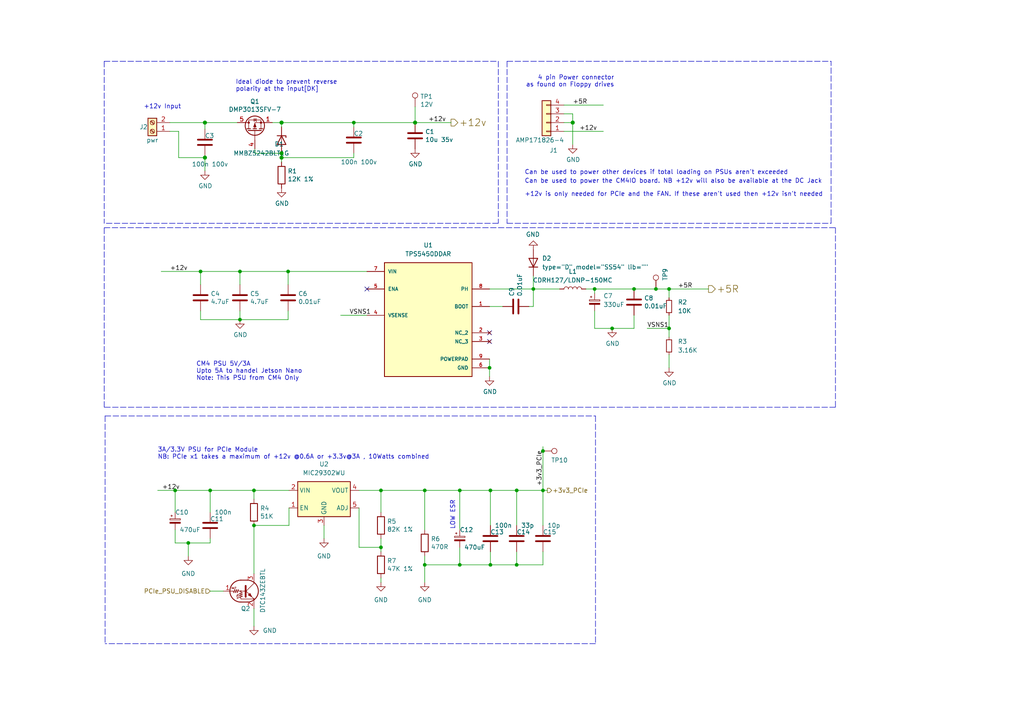
<source format=kicad_sch>
(kicad_sch (version 20211123) (generator eeschema)
  (paper "A4")
  (lib_symbols
    (symbol "Connector:Screw_Terminal_01x02" (pin_names (offset 1.016) hide)
      (property "Reference" "J" (at 0 2.54 0))
      (property "Value" "Screw_Terminal_01x02" (at 0 -5.08 0))
      (symbol "Screw_Terminal_01x02_1_1"
        (rectangle (start -1.27 1.27) (end 1.27 -3.81) (stroke (width 0.254)) (fill (type background)))
        (circle (center 0 -2.54) (radius 0.635) (stroke (width 0.1524)))
        (polyline (pts (xy -0.5334 -2.2098) (xy 0.3302 -3.048)) (stroke (width 0.1524)))
        (polyline (pts (xy -0.5334 0.3302) (xy 0.3302 -0.508)) (stroke (width 0.1524)))
        (polyline (pts (xy -0.3556 -2.032) (xy 0.508 -2.8702)) (stroke (width 0.1524)))
        (polyline (pts (xy -0.3556 0.508) (xy 0.508 -0.3302)) (stroke (width 0.1524)))
        (circle (center 0 0) (radius 0.635) (stroke (width 0.1524)))
        (pin passive line (at -5.08 0 0) (length 3.81) (name "Pin_1") (number "1"))
        (pin passive line (at -5.08 -2.54 0) (length 3.81) (name "Pin_2") (number "2"))
      )
    )
    (symbol "Connector:TestPoint" (pin_numbers hide) (pin_names (offset 0.762) hide)
      (property "Reference" "TP" (at 0 6.858 0))
      (property "Value" "TestPoint" (at 0 5.08 0))
      (symbol "TestPoint_0_1"
        (circle (center 0 3.302) (radius 0.762))
      )
      (symbol "TestPoint_1_1"
        (pin passive line (at 0 0 90) (length 2.54) (name "1") (number "1"))
      )
    )
    (symbol "Connector_Generic:Conn_01x04" (pin_names hide)
      (property "Reference" "J" (at 0 5.08 0))
      (property "Value" "Conn_01x04" (at 0 -7.62 0))
      (symbol "Conn_01x04_1_1"
        (rectangle (start -1.27 -4.953) (end 0 -5.207))
        (rectangle (start -1.27 -2.413) (end 0 -2.667))
        (rectangle (start -1.27 0.127) (end 0 -0.127))
        (rectangle (start -1.27 2.667) (end 0 2.413))
        (rectangle (start -1.27 3.81) (end 1.27 -6.35) (stroke (width 0.254)) (fill (type background)))
        (pin passive line (at -5.08 2.54 0) (length 3.81) (name "Pin_1") (number "1"))
        (pin passive line (at -5.08 0 0) (length 3.81) (name "Pin_2") (number "2"))
        (pin passive line (at -5.08 -2.54 0) (length 3.81) (name "Pin_3") (number "3"))
        (pin passive line (at -5.08 -5.08 0) (length 3.81) (name "Pin_4") (number "4"))
      )
    )
    (symbol "Device:C" (pin_numbers hide) (pin_names (offset 0.254))
      (property "Reference" "C" (at 0.635 2.54 0))
      (property "Value" "C" (at 0.635 -2.54 0))
      (symbol "C_0_1"
        (polyline (pts (xy -2.032 -0.762) (xy 2.032 -0.762)) (stroke (width 0.508)))
        (polyline (pts (xy -2.032 0.762) (xy 2.032 0.762)) (stroke (width 0.508)))
      )
      (symbol "C_1_1"
        (pin passive line (at 0 3.81 270) (length 2.794) (name "~") (number "1"))
        (pin passive line (at 0 -3.81 90) (length 2.794) (name "~") (number "2"))
      )
    )
    (symbol "Device:C_Polarized_Small" (pin_numbers hide) (pin_names (offset 0.254) hide)
      (property "Reference" "C" (at 0.254 1.778 0))
      (property "Value" "C_Polarized_Small" (at 0.254 -2.032 0))
      (symbol "C_Polarized_Small_0_1"
        (rectangle (start -1.524 -0.3048) (end 1.524 -0.6858) (fill (type outline)))
        (rectangle (start -1.524 0.6858) (end 1.524 0.3048))
        (polyline (pts (xy -1.27 1.524) (xy -0.762 1.524)))
        (polyline (pts (xy -1.016 1.27) (xy -1.016 1.778)))
      )
      (symbol "C_Polarized_Small_1_1"
        (pin passive line (at 0 2.54 270) (length 1.8542) (name "~") (number "1"))
        (pin passive line (at 0 -2.54 90) (length 1.8542) (name "~") (number "2"))
      )
    )
    (symbol "Device:L" (pin_numbers hide) (pin_names (offset 1.016) hide)
      (property "Reference" "L" (at -1.27 0 90))
      (property "Value" "L" (at 1.905 0 90))
      (symbol "L_0_1"
        (arc (start 0 -2.54) (mid 0.635 -1.905) (end 0 -1.27))
        (arc (start 0 -1.27) (mid 0.635 -0.635) (end 0 0))
        (arc (start 0 0) (mid 0.635 0.635) (end 0 1.27))
        (arc (start 0 1.27) (mid 0.635 1.905) (end 0 2.54))
      )
      (symbol "L_1_1"
        (pin passive line (at 0 3.81 270) (length 1.27) (name "1") (number "1"))
        (pin passive line (at 0 -3.81 90) (length 1.27) (name "2") (number "2"))
      )
    )
    (symbol "Device:R" (pin_numbers hide) (pin_names (offset 0))
      (property "Reference" "R" (at 2.032 0 90))
      (property "Value" "R" (at 0 0 90))
      (symbol "R_0_1"
        (rectangle (start -1.016 -2.54) (end 1.016 2.54) (stroke (width 0.254)))
      )
      (symbol "R_1_1"
        (pin passive line (at 0 3.81 270) (length 1.27) (name "~") (number "1"))
        (pin passive line (at 0 -3.81 90) (length 1.27) (name "~") (number "2"))
      )
    )
    (symbol "Device:R_Small" (pin_numbers hide) (pin_names (offset 0.254) hide)
      (property "Reference" "R" (at 0.762 0.508 0))
      (property "Value" "R_Small" (at 0.762 -1.016 0))
      (symbol "R_Small_0_1"
        (rectangle (start -0.762 1.778) (end 0.762 -1.778) (stroke (width 0.2032)))
      )
      (symbol "R_Small_1_1"
        (pin passive line (at 0 2.54 270) (length 0.762) (name "~") (number "1"))
        (pin passive line (at 0 -2.54 90) (length 0.762) (name "~") (number "2"))
      )
    )
    (symbol "Diode:BZX84Cxx" (pin_numbers hide) (pin_names hide)
      (property "Reference" "D1" (at 1.143 -2.032 90))
      (property "Value" "MMBZ5242BLT1G" (at 3.81 -13.97 90))
      (symbol "BZX84Cxx_0_1"
        (polyline (pts (xy 1.27 0) (xy -1.27 0)))
        (polyline (pts (xy -1.27 -1.27) (xy -1.27 1.27) (xy -0.762 1.27)) (stroke (width 0.254)))
        (polyline (pts (xy 1.27 -1.27) (xy 1.27 1.27) (xy -1.27 0) (xy 1.27 -1.27)) (stroke (width 0.254)))
      )
      (symbol "BZX84Cxx_1_1"
        (pin passive line (at 3.81 0 180) (length 2.54) (name "A") (number "1"))
        (pin passive line (at -3.81 0 0) (length 2.54) (name "K") (number "3"))
      )
    )
    (symbol "Regulator_Linear:MIC29302WU"
      (property "Reference" "U" (at -6.35 6.35 0))
      (property "Value" "MIC29302WU" (at 2.54 6.35 0))
      (symbol "MIC29302WU_1_1"
        (rectangle (start -7.62 5.08) (end 7.62 -5.08) (stroke (width 0.254)) (fill (type background)))
        (pin input line (at -10.16 -2.54 0) (length 2.54) (name "EN") (number "1"))
        (pin power_in line (at -10.16 2.54 0) (length 2.54) (name "VIN") (number "2"))
        (pin power_in line (at 0 -7.62 90) (length 2.54) (name "GND") (number "3"))
        (pin power_out line (at 10.16 2.54 180) (length 2.54) (name "VOUT") (number "4"))
        (pin input line (at 10.16 -2.54 180) (length 2.54) (name "ADJ") (number "5"))
      )
    )
    (symbol "Simulation_SPICE:DIODE" (pin_numbers hide) (pin_names (offset 1.016) hide)
      (property "Reference" "D" (at 0 2.54 0))
      (property "Value" "DIODE" (at 0 -2.54 0))
      (symbol "DIODE_0_1"
        (polyline (pts (xy 1.27 0) (xy -1.27 0)))
        (polyline (pts (xy 1.27 1.27) (xy 1.27 -1.27)) (stroke (width 0.254)))
        (polyline (pts (xy -1.27 -1.27) (xy -1.27 1.27) (xy 1.27 0) (xy -1.27 -1.27)) (stroke (width 0.254)))
      )
      (symbol "DIODE_1_1"
        (pin passive line (at -3.81 0 0) (length 2.54) (name "A") (number "1"))
        (pin passive line (at 3.81 0 180) (length 2.54) (name "K") (number "2"))
      )
    )
    (symbol "TPS5450DDAR:TPS5450DDAR" (pin_names (offset 1.016))
      (property "Reference" "U" (at -12.7 18.78 0))
      (property "Value" "TPS5450DDAR" (at -12.7 -19.24 0))
      (symbol "TPS5450DDAR_0_0"
        (rectangle (start -12.7 -15.24) (end 12.7 17.78) (stroke (width 0.254)) (fill (type background)))
        (pin output line (at 17.78 5.08 180) (length 5.08) (name "BOOT") (number "1"))
        (pin no_connect line (at 17.78 -2.54 180) (length 5.08) (name "NC_2") (number "2"))
        (pin no_connect line (at 17.78 -5.08 180) (length 5.08) (name "NC_3") (number "3"))
        (pin input line (at -17.78 2.54 0) (length 5.08) (name "VSENSE") (number "4"))
        (pin input line (at -17.78 10.16 0) (length 5.08) (name "ENA") (number "5"))
        (pin power_in line (at 17.78 -12.7 180) (length 5.08) (name "GND") (number "6"))
        (pin power_in line (at -17.78 15.24 0) (length 5.08) (name "VIN") (number "7"))
        (pin output line (at 17.78 10.16 180) (length 5.08) (name "PH") (number "8"))
        (pin power_in line (at 17.78 -10.16 180) (length 5.08) (name "POWERPAD") (number "9"))
      )
    )
    (symbol "Transistor_BJT:DTC143Z" (pin_names (offset 0) hide)
      (property "Reference" "Q" (at 5.08 1.905 0))
      (property "Value" "DTC143Z" (at 5.08 0 0))
      (symbol "DTC143Z_0_0"
        (text "47k" (at -2.159 -1.524 900) (effects (font (size 0.508 0.508))))
        (text "4k7" (at -3.302 0.889 0) (effects (font (size 0.508 0.508))))
      )
      (symbol "DTC143Z_0_1"
        (circle (center -1.27 0) (radius 0.127))
        (arc (start -1.27 3.175) (mid -4.445 0) (end -1.27 -3.175) (stroke (width 0.254)))
        (polyline (pts (xy -3.429 0) (xy -3.81 0)))
        (polyline (pts (xy -1.27 -3.175) (xy 0.635 -3.175)) (stroke (width 0.254)))
        (polyline (pts (xy -1.27 3.175) (xy 0.635 3.175)) (stroke (width 0.254)))
        (polyline (pts (xy 0 -0.254) (xy 2.54 2.286)))
        (polyline (pts (xy 0.127 1.524) (xy 0.127 -1.651)) (stroke (width 0.508)) (fill (type outline)))
        (polyline (pts (xy 2.54 2.286) (xy 2.54 2.54)))
        (polyline (pts (xy 2.54 -2.286) (xy 0 0.254) (xy 0 0.254)))
        (polyline (pts (xy 0.889 -1.143) (xy 1.397 -0.635) (xy 1.905 -1.651) (xy 0.889 -1.143)) (fill (type outline)))
        (polyline (pts (xy 0 0) (xy -1.905 0) (xy -2.032 0.508) (xy -2.286 -0.508) (xy -2.54 0.508) (xy -2.794 -0.508) (xy -3.048 0.508) (xy -3.302 -0.508) (xy -3.429 0)))
        (polyline (pts (xy -1.27 0) (xy -1.27 -0.381) (xy -0.762 -0.508) (xy -1.778 -0.762) (xy -0.762 -1.016) (xy -1.778 -1.27) (xy -0.762 -1.524) (xy -1.778 -1.778) (xy -1.27 -1.905) (xy -1.27 -2.286) (xy 2.54 -2.286)))
        (arc (start 0.635 -3.175) (mid 3.81 0) (end 0.635 3.175) (stroke (width 0.254)))
        (circle (center 2.54 -2.286) (radius 0.127))
      )
      (symbol "DTC143Z_1_1"
        (pin input line (at -6.35 0 0) (length 2.54) (name "B") (number "1"))
        (pin passive line (at 2.54 -5.08 90) (length 2.54) (name "E") (number "2"))
        (pin passive line (at 2.54 5.08 270) (length 2.54) (name "C") (number "3"))
      )
    )
    (symbol "Transistor_FET:DMP3013SFV" (pin_names hide)
      (property "Reference" "Q" (at 5.08 1.905 0))
      (property "Value" "DMP3013SFV" (at 5.08 0 0))
      (symbol "DMP3013SFV_0_1"
        (polyline (pts (xy 0.254 0) (xy -2.54 0)))
        (polyline (pts (xy 0.254 1.905) (xy 0.254 -1.905)) (stroke (width 0.254)))
        (polyline (pts (xy 0.762 -1.27) (xy 0.762 -2.286)) (stroke (width 0.254)))
        (polyline (pts (xy 0.762 0.508) (xy 0.762 -0.508)) (stroke (width 0.254)))
        (polyline (pts (xy 0.762 2.286) (xy 0.762 1.27)) (stroke (width 0.254)))
        (polyline (pts (xy 2.54 2.54) (xy 2.54 1.778)))
        (polyline (pts (xy 2.54 -2.54) (xy 2.54 0) (xy 0.762 0)))
        (polyline (pts (xy 0.762 1.778) (xy 3.302 1.778) (xy 3.302 -1.778) (xy 0.762 -1.778)))
        (polyline (pts (xy 2.286 0) (xy 1.27 0.381) (xy 1.27 -0.381) (xy 2.286 0)) (fill (type outline)))
        (polyline (pts (xy 2.794 -0.508) (xy 2.921 -0.381) (xy 3.683 -0.381) (xy 3.81 -0.254)))
        (polyline (pts (xy 3.302 -0.381) (xy 2.921 0.254) (xy 3.683 0.254) (xy 3.302 -0.381)))
        (circle (center 1.651 0) (radius 2.794) (stroke (width 0.254)))
        (circle (center 2.54 -1.778) (radius 0.254) (fill (type outline)))
        (circle (center 2.54 1.778) (radius 0.254) (fill (type outline)))
      )
      (symbol "DMP3013SFV_1_1"
        (pin passive line (at 2.54 -5.08 90) (length 2.54) (name "S") (number "1"))
        (pin passive line (at 2.54 -5.08 90) (length 2.54) hide (name "S") (number "2"))
        (pin passive line (at 2.54 -5.08 90) (length 2.54) hide (name "S") (number "3"))
        (pin passive line (at -5.08 0 0) (length 2.54) (name "G") (number "4"))
        (pin passive line (at 2.54 5.08 270) (length 2.54) (name "D") (number "5"))
      )
    )
    (symbol "power:GND" (power) (pin_names (offset 0))
      (property "Value" "GND" (at 0 -3.81 0))
      (symbol "GND_0_1"
        (polyline (pts (xy 0 0) (xy 0 -1.27) (xy 1.27 -1.27) (xy 0 -2.54) (xy -1.27 -1.27) (xy 0 -1.27)))
      )
      (symbol "GND_1_1"
        (pin power_in line (at 0 0 270) (length 0) hide (name "GND") (number "1"))
      )
    )
  )
  (junction (at 183.896 83.82))
  (junction (at 142.24 142.24))
  (junction (at 110.49 158.75))
  (junction (at 110.49 142.24))
  (junction (at 166.116 35.56) (diameter 1.016))
  (junction (at 81.661 35.56) (diameter 1.016))
  (junction (at 157.48 130.81))
  (junction (at 69.596 92.71))
  (junction (at 141.986 106.68))
  (junction (at 81.661 44.45) (diameter 1.016))
  (junction (at 60.96 142.24))
  (junction (at 194.056 83.82))
  (junction (at 120.396 35.56) (diameter 1.016))
  (junction (at 149.86 142.24))
  (junction (at 83.566 78.74))
  (junction (at 133.35 163.83))
  (junction (at 157.48 142.24))
  (junction (at 177.546 95.25))
  (junction (at 149.86 163.83))
  (junction (at 194.056 95.25))
  (junction (at 73.66 152.4))
  (junction (at 172.466 83.82))
  (junction (at 81.661 45.72) (diameter 1.016))
  (junction (at 190.246 83.82))
  (junction (at 142.24 163.83))
  (junction (at 73.66 142.24))
  (junction (at 50.8 142.24))
  (junction (at 123.19 163.83))
  (junction (at 54.61 157.48))
  (junction (at 58.166 78.74))
  (junction (at 69.596 78.74))
  (junction (at 59.436 35.56) (diameter 1.016))
  (junction (at 102.616 35.56))
  (junction (at 154.686 83.82))
  (junction (at 133.35 142.24))
  (junction (at 123.19 142.24))
  (junction (at 59.436 45.72) (diameter 1.016))
  (no_connect (at 106.426 83.82))
  (no_connect (at 141.986 96.52))
  (no_connect (at 141.986 99.06))
  (wire (pts (xy 194.056 86.36) (xy 194.056 83.82)))
  (wire (pts (xy 133.35 158.75) (xy 133.35 163.83)))
  (wire (pts (xy 110.49 158.75) (xy 110.49 160.02)))
  (polyline (pts (xy 30.226 17.78) (xy 30.226 64.77)))
  (polyline (pts (xy 147.066 64.77) (xy 241.046 64.77)))
  (wire (pts (xy 177.546 95.25) (xy 172.466 95.25)))
  (wire (pts (xy 154.686 83.82) (xy 141.986 83.82)))
  (polyline (pts (xy 172.72 120.65) (xy 172.72 186.69)))
  (wire (pts (xy 50.8 157.48) (xy 54.61 157.48)))
  (polyline (pts (xy 30.226 66.04) (xy 42.926 66.04)))
  (wire (pts (xy 60.96 142.24) (xy 60.96 148.59)))
  (wire (pts (xy 110.49 168.91) (xy 110.49 167.64)))
  (polyline (pts (xy 144.526 17.78) (xy 144.526 64.77)))
  (wire (pts (xy 172.466 83.82) (xy 183.896 83.82)))
  (wire (pts (xy 73.66 142.24) (xy 83.82 142.24)))
  (wire (pts (xy 73.914 43.18) (xy 73.914 44.45)))
  (wire (pts (xy 83.566 78.74) (xy 83.566 82.55)))
  (wire (pts (xy 59.436 35.56) (xy 59.436 37.465)))
  (wire (pts (xy 93.98 152.4) (xy 93.98 156.21)))
  (wire (pts (xy 104.14 142.24) (xy 110.49 142.24)))
  (wire (pts (xy 102.616 35.56) (xy 120.396 35.56)))
  (wire (pts (xy 149.86 142.24) (xy 157.48 142.24)))
  (wire (pts (xy 157.48 129.54) (xy 157.48 130.81)))
  (wire (pts (xy 110.49 156.21) (xy 110.49 158.75)))
  (polyline (pts (xy 147.066 17.78) (xy 241.046 17.78)))
  (wire (pts (xy 157.48 160.02) (xy 157.48 163.83)))
  (wire (pts (xy 83.566 90.17) (xy 83.566 92.71)))
  (wire (pts (xy 157.48 152.4) (xy 157.48 142.24)))
  (wire (pts (xy 81.661 45.72) (xy 81.661 46.99)))
  (wire (pts (xy 110.49 142.24) (xy 110.49 148.59)))
  (wire (pts (xy 194.056 83.82) (xy 205.486 83.82)))
  (wire (pts (xy 45.72 142.24) (xy 50.8 142.24)))
  (wire (pts (xy 120.396 35.56) (xy 130.81 35.56)))
  (wire (pts (xy 123.19 153.67) (xy 123.19 142.24)))
  (wire (pts (xy 69.596 78.74) (xy 69.596 82.55)))
  (wire (pts (xy 51.816 38.1) (xy 49.276 38.1)))
  (wire (pts (xy 54.61 157.48) (xy 60.96 157.48)))
  (wire (pts (xy 73.66 181.61) (xy 73.66 176.53)))
  (wire (pts (xy 141.986 104.14) (xy 141.986 106.68)))
  (wire (pts (xy 104.14 158.75) (xy 110.49 158.75)))
  (wire (pts (xy 163.576 38.1) (xy 175.006 38.1)))
  (wire (pts (xy 46.736 78.74) (xy 58.166 78.74)))
  (wire (pts (xy 142.24 163.83) (xy 133.35 163.83)))
  (wire (pts (xy 183.896 95.25) (xy 177.546 95.25)))
  (wire (pts (xy 157.48 130.81) (xy 157.48 142.24)))
  (wire (pts (xy 133.35 142.24) (xy 123.19 142.24)))
  (wire (pts (xy 51.816 38.1) (xy 51.816 45.72)))
  (wire (pts (xy 58.166 92.71) (xy 58.166 90.17)))
  (wire (pts (xy 73.66 152.4) (xy 73.66 166.37)))
  (wire (pts (xy 141.986 88.9) (xy 145.796 88.9)))
  (wire (pts (xy 60.96 142.24) (xy 73.66 142.24)))
  (wire (pts (xy 69.596 90.17) (xy 69.596 92.71)))
  (wire (pts (xy 187.706 95.25) (xy 194.056 95.25)))
  (wire (pts (xy 123.19 142.24) (xy 110.49 142.24)))
  (polyline (pts (xy 172.72 186.69) (xy 30.48 186.69)))
  (polyline (pts (xy 147.066 17.78) (xy 147.066 64.77)))
  (wire (pts (xy 59.436 45.085) (xy 59.436 45.72)))
  (wire (pts (xy 59.436 45.72) (xy 59.436 49.53)))
  (wire (pts (xy 133.35 163.83) (xy 123.19 163.83)))
  (polyline (pts (xy 242.316 118.11) (xy 30.226 118.11)))
  (wire (pts (xy 73.66 152.4) (xy 83.82 152.4)))
  (wire (pts (xy 172.466 85.09) (xy 172.466 83.82)))
  (polyline (pts (xy 144.526 64.77) (xy 30.226 64.77)))
  (wire (pts (xy 50.8 142.24) (xy 60.96 142.24)))
  (wire (pts (xy 149.86 163.83) (xy 142.24 163.83)))
  (wire (pts (xy 123.19 161.29) (xy 123.19 163.83)))
  (wire (pts (xy 81.661 45.72) (xy 102.616 45.72)))
  (wire (pts (xy 83.566 78.74) (xy 106.426 78.74)))
  (wire (pts (xy 60.96 157.48) (xy 60.96 156.21)))
  (wire (pts (xy 58.166 78.74) (xy 69.596 78.74)))
  (wire (pts (xy 154.686 83.82) (xy 162.306 83.82)))
  (wire (pts (xy 141.986 106.68) (xy 141.986 109.22)))
  (wire (pts (xy 149.86 160.02) (xy 149.86 163.83)))
  (wire (pts (xy 157.48 142.24) (xy 158.75 142.24)))
  (wire (pts (xy 73.66 142.24) (xy 73.66 144.78)))
  (wire (pts (xy 163.576 35.56) (xy 166.116 35.56)))
  (wire (pts (xy 133.35 153.67) (xy 133.35 142.24)))
  (polyline (pts (xy 30.48 120.65) (xy 172.72 120.65)))
  (polyline (pts (xy 30.48 120.65) (xy 30.48 186.69)))
  (wire (pts (xy 154.686 80.01) (xy 154.686 83.82)))
  (wire (pts (xy 166.116 35.56) (xy 166.116 41.91)))
  (wire (pts (xy 73.914 44.45) (xy 81.661 44.45)))
  (wire (pts (xy 81.661 35.56) (xy 81.661 36.83)))
  (wire (pts (xy 69.596 92.71) (xy 58.166 92.71)))
  (polyline (pts (xy 242.316 66.04) (xy 242.316 118.11)))
  (wire (pts (xy 153.416 88.9) (xy 154.686 88.9)))
  (wire (pts (xy 50.8 142.24) (xy 50.8 148.59)))
  (wire (pts (xy 149.86 142.24) (xy 142.24 142.24)))
  (wire (pts (xy 50.8 153.67) (xy 50.8 157.48)))
  (wire (pts (xy 83.566 92.71) (xy 69.596 92.71)))
  (wire (pts (xy 51.816 45.72) (xy 59.436 45.72)))
  (wire (pts (xy 98.806 91.44) (xy 106.426 91.44)))
  (wire (pts (xy 142.24 142.24) (xy 133.35 142.24)))
  (wire (pts (xy 194.056 106.68) (xy 194.056 102.87)))
  (wire (pts (xy 157.48 163.83) (xy 149.86 163.83)))
  (wire (pts (xy 149.86 152.4) (xy 149.86 142.24)))
  (wire (pts (xy 59.436 35.56) (xy 68.834 35.56)))
  (wire (pts (xy 83.82 152.4) (xy 83.82 147.32)))
  (wire (pts (xy 166.116 33.02) (xy 166.116 35.56)))
  (wire (pts (xy 194.056 91.44) (xy 194.056 95.25)))
  (polyline (pts (xy 30.226 17.78) (xy 144.526 17.78)))
  (wire (pts (xy 163.576 33.02) (xy 166.116 33.02)))
  (wire (pts (xy 154.686 88.9) (xy 154.686 83.82)))
  (wire (pts (xy 183.896 91.44) (xy 183.896 95.25)))
  (wire (pts (xy 81.661 44.45) (xy 81.661 45.72)))
  (wire (pts (xy 120.396 30.988) (xy 120.396 35.56)))
  (wire (pts (xy 163.576 30.48) (xy 175.006 30.48)))
  (wire (pts (xy 69.596 78.74) (xy 83.566 78.74)))
  (wire (pts (xy 172.466 83.82) (xy 169.926 83.82)))
  (wire (pts (xy 190.246 83.82) (xy 183.896 83.82)))
  (wire (pts (xy 194.056 83.82) (xy 190.246 83.82)))
  (wire (pts (xy 142.24 160.02) (xy 142.24 163.83)))
  (wire (pts (xy 102.616 44.45) (xy 102.616 45.72)))
  (wire (pts (xy 142.24 152.4) (xy 142.24 142.24)))
  (wire (pts (xy 54.61 157.48) (xy 54.61 161.29)))
  (wire (pts (xy 102.616 35.56) (xy 102.616 36.83)))
  (wire (pts (xy 194.056 95.25) (xy 194.056 97.79)))
  (wire (pts (xy 104.14 147.32) (xy 104.14 158.75)))
  (wire (pts (xy 123.19 163.83) (xy 123.19 168.91)))
  (polyline (pts (xy 241.046 64.77) (xy 241.046 17.78)))
  (polyline (pts (xy 41.656 66.04) (xy 242.316 66.04)))
  (wire (pts (xy 60.96 171.45) (xy 64.77 171.45)))
  (wire (pts (xy 78.994 35.56) (xy 81.661 35.56)))
  (wire (pts (xy 49.276 35.56) (xy 59.436 35.56)))
  (polyline (pts (xy 30.226 118.11) (xy 30.226 66.04)))
  (wire (pts (xy 172.466 95.25) (xy 172.466 90.17)))
  (wire (pts (xy 81.661 35.56) (xy 102.616 35.56)))
  (wire (pts (xy 58.166 78.74) (xy 58.166 82.55)))
  (text "3A/3.3V PSU for PCIe Module\nNB: PCIe x1 takes a maximum of +12v @0.6A or +3.3v@3A , 10Watts combined" (at 45.72 133.35 0) (effects (font (size 1.27 1.27)) (justify left bottom)))
  (text "LOW ESR" (at 132.08 153.67 90) (effects (font (size 1.27 1.27)) (justify left bottom)))
  (text "+12v is only needed for PCIe and the FAN. If these aren't used then +12v isn't needed" (at 152.146 57.15 0) (effects (font (size 1.27 1.27)) (justify left bottom)))
  (text "Ideal diode to prevent reverse\npolarity at the input[DK]" (at 68.326 26.67 0) (effects (font (size 1.27 1.27)) (justify left bottom)))
  (text "CM4 PSU 5V/3A \nUpto 5A to handel Jetson Nano \nNote: This PSU from CM4 Only " (at 56.896 110.49 0) (effects (font (size 1.27 1.27)) (justify left bottom)))
  (text "Can be used to power the CM4IO board. NB +12v will also be available at the DC Jack" (at 152.146 53.34 0) (effects (font (size 1.27 1.27)) (justify left bottom)))
  (text "Can be used to power other devices if total loading on PSUs aren't exceeded" (at 152.146 50.8 0) (effects (font (size 1.27 1.27)) (justify left bottom)))
  (text "+12v Input" (at 41.656 31.75 0) (effects (font (size 1.27 1.27)) (justify left bottom)))
  (text "4 pin Power connector\nas found on Floppy drives" (at 178.181 25.4 180) (effects (font (size 1.27 1.27)) (justify right bottom)))
  (label "VSNS1" (at 187.706 95.25 0))
  (label "+12v" (at 124.206 35.56 0))
  (label "+3v3_PCIe" (at 157.48 140.97 90))
  (label "+12v" (at 46.99 142.24 0))
  (label "+12v" (at 168.021 38.1 0))
  (label "+12v" (at 49.276 78.74 0))
  (label "+5R" (at 196.596 83.82 0))
  (label "+5R" (at 166.116 30.48 0))
  (label "VSNS1" (at 101.346 91.44 0))
  (hierarchical_label "+3v3_PCIe" (shape output) (at 158.75 142.24 0))
  (hierarchical_label "+12v" (shape output) (at 130.81 35.56 0) (effects (font (size 2.0066 2.0066))))
  (hierarchical_label "PCIe_PSU_DISABLE" (shape input) (at 60.96 171.45 180))
  (hierarchical_label "+5R" (shape output) (at 205.486 83.82 0) (effects (font (size 2.0066 2.0066))))
  (symbol (lib_id "Device:C") (at 102.616 40.64 0) (unit 1)
    (property "Reference" "C2" (at 102.616 38.735 0) (effects (justify left)))
    (property "Value" "100n 100v" (at 98.806 46.99 0) (effects (justify left)))
    (property "Footprint" "Capacitor_SMD:C_0402_1005Metric" (effects hide))
    (property "Datasheet" "https://psearch.en.murata.com/capacitor/product/GRM155R62A104KE14%23.pdf" (effects hide))
    (property "Field4" "Farnell" (effects hide))
    (property "Field5" "2611907" (effects hide))
    (property "Field6" "GRM155R62A104KE14D" (effects hide))
    (property "Field7" "Murata" (effects hide))
    (property "Part Description" "	0.1uF 10% 100V Ceramic Capacitor X5R 0402 (1005 Metric)" (effects hide))
    (property "LCSC" "C307331" (effects hide))
  )
  (symbol (lib_id "Device:C") (at 157.48 156.21 0) (unit 1)
    (property "Reference" "C15" (at 157.48 154.305 0) (effects (justify left)))
    (property "Value" "10p" (at 158.75 152.4 0) (effects (justify left)))
    (property "Footprint" "Capacitor_SMD:C_0402_1005Metric" (effects hide))
    (property "Datasheet" "https://psearch.en.murata.com/capacitor/product/GRM155R62A104KE14%23.pdf" (effects hide))
    (property "Field4" "Farnell" (effects hide))
    (property "Field5" "2611907" (effects hide))
    (property "Field6" "GRM155R62A104KE14D" (effects hide))
    (property "Field7" "Murata" (effects hide))
    (property "LCSC" "C513681" (effects hide))
  )
  (symbol (lib_id "Device:C") (at 149.86 156.21 0) (unit 1)
    (property "Reference" "C14" (at 149.86 154.305 0) (effects (justify left)))
    (property "Value" "33p" (at 151.13 152.4 0) (effects (justify left)))
    (property "Footprint" "Capacitor_SMD:C_0402_1005Metric" (effects hide))
    (property "Datasheet" "https://psearch.en.murata.com/capacitor/product/GRM155R62A104KE14%23.pdf" (effects hide))
    (property "Field4" "Farnell" (effects hide))
    (property "Field5" "2611907" (effects hide))
    (property "Field6" "GRM155R62A104KE14D" (effects hide))
    (property "Field7" "Murata" (effects hide))
    (property "LCSC" "C107005" (effects hide))
  )
  (symbol (lib_id "Device:R") (at 73.66 148.59 0) (unit 1)
    (property "Reference" "R4" (at 75.438 147.4216 0) (effects (justify left)))
    (property "Value" "51K" (at 75.438 149.733 0) (effects (justify left)))
    (property "Footprint" "Resistor_SMD:R_0402_1005Metric" (effects hide))
    (property "Datasheet" "https://fscdn.rohm.com/en/products/databook/datasheet/passive/resistor/chip_resistor/mcr-e.pdf" (effects hide))
    (property "Field4" "Farnell" (effects hide))
    (property "Field5" "9239367" (effects hide))
    (property "Field7" "Rohm" (effects hide))
    (property "LCSC" "C25794" (effects hide))
  )
  (symbol (lib_id "Device:L") (at 166.116 83.82 90) (unit 1)
    (property "Reference" "L1" (at 166.116 78.74 90))
    (property "Value" "CDRH127/LDNP-150MC" (at 166.116 81.28 90))
    (property "Footprint" "Inductor_SMD:L_12x12mm_H8mm" (effects hide))
    (property "LCSC" "C879410" (effects hide))
  )
  (symbol (lib_id "Device:C") (at 183.896 87.63 0) (unit 1)
    (property "Reference" "C8" (at 186.817 86.4616 0) (effects (justify left)))
    (property "Value" "0.01uF" (at 186.817 88.773 0) (effects (justify left)))
    (property "Footprint" "Capacitor_SMD:C_0805_2012Metric" (effects hide))
    (property "Datasheet" "https://www.murata.com/en-global/products/productdetail.aspx?partno=GRM21BC8YA106ME11%23" (effects hide))
    (property "Field5" "490-10505-1-ND" (effects hide))
    (property "Field4" "Digikey" (effects hide))
    (property "Field6" "GRM21BC8YA106KE11L " (effects hide))
    (property "Field7" "Murata" (effects hide))
    (property "Part Description" "	10uF 10% or 20% 35V Ceramic Capacitor X6S 0805 (2012 Metric)" (effects hide))
    (property "LCSC" "C60133" (effects hide))
  )
  (symbol (lib_id "power:GND") (at 93.98 156.21 0) (unit 1)
    (property "Reference" "#PWR0111" (effects hide))
    (property "Value" "GND" (at 93.98 161.29 0))
  )
  (symbol (lib_id "power:GND") (at 54.61 161.29 0) (unit 1)
    (property "Reference" "#PWR0113" (effects hide))
    (property "Value" "GND" (at 54.61 166.37 0))
  )
  (symbol (lib_id "power:GND") (at 194.056 106.68 0) (unit 1)
    (property "Reference" "#PWR0101" (effects hide))
    (property "Value" "GND" (at 194.183 111.0742 0))
  )
  (symbol (lib_id "Device:C") (at 142.24 156.21 0) (unit 1)
    (property "Reference" "C13" (at 142.24 154.305 0) (effects (justify left)))
    (property "Value" "100n" (at 143.51 152.4 0) (effects (justify left)))
    (property "Footprint" "Capacitor_SMD:C_0402_1005Metric" (effects hide))
    (property "Datasheet" "https://psearch.en.murata.com/capacitor/product/GRM155R62A104KE14%23.pdf" (effects hide))
    (property "Field4" "Farnell" (effects hide))
    (property "Field5" "2611907" (effects hide))
    (property "Field6" "GRM155R62A104KE14D" (effects hide))
    (property "Field7" "Murata" (effects hide))
    (property "Part Description" "	0.1uF 10% 100V Ceramic Capacitor X5R 0402 (1005 Metric)" (effects hide))
    (property "LCSC" "C307331" (effects hide))
  )
  (symbol (lib_id "power:GND") (at 110.49 168.91 0) (unit 1)
    (property "Reference" "#PWR0112" (effects hide))
    (property "Value" "GND" (at 110.49 173.99 0))
  )
  (symbol (lib_id "Transistor_FET:DMP3013SFV") (at 73.914 38.1 90) (unit 1)
    (property "Reference" "Q1" (at 73.914 29.4386 90))
    (property "Value" "DMP3013SFV-7" (at 73.914 31.75 90))
    (property "Footprint" "Package_SON:Diodes_PowerDI3333-8" (effects hide))
    (property "Datasheet" "https://www.diodes.com/assets/Datasheets/DMP3013SFV.pdf" (effects hide))
    (property "Field4" "Farnell" (effects hide))
    (property "Field5" "3405192" (effects hide))
    (property "Field6" "DMP3013SFV-7" (effects hide))
    (property "Field7" "Diodes" (effects hide))
    (property "Part Description" "DMP3013SFV-7 -  Power MOSFET, P Channel, 30 V, 12 A, 0.008 ohm, PowerDI3333, Surface Mount" (effects hide))
    (property "LCSC" "C264098" (effects hide))
  )
  (symbol (lib_id "Device:R") (at 110.49 152.4 0) (unit 1)
    (property "Reference" "R5" (at 112.268 151.2316 0) (effects (justify left)))
    (property "Value" "82K 1%" (at 112.268 153.543 0) (effects (justify left)))
    (property "Footprint" "Resistor_SMD:R_0402_1005Metric" (effects hide))
    (property "Datasheet" "https://fscdn.rohm.com/en/products/databook/datasheet/passive/resistor/chip_resistor/mcr-e.pdf" (effects hide))
    (property "Field4" "Farnell" (effects hide))
    (property "Field5" "9239367" (effects hide))
    (property "Field7" "Rohm" (effects hide))
    (property "LCSC" "C137932" (effects hide))
  )
  (symbol (lib_id "Connector:TestPoint") (at 120.396 30.988 0) (unit 1)
    (property "Reference" "TP1" (at 121.8692 27.9908 0) (effects (justify left)))
    (property "Value" "12V" (at 121.8692 30.3022 0) (effects (justify left)))
    (property "Footprint" "TestPoint:TestPoint_Pad_D1.0mm" (effects hide))
    (property "Field4" "nf" (effects hide))
    (property "Field5" "nf" (effects hide))
    (property "Field6" "nf" (effects hide))
    (property "Field7" "nf" (effects hide))
  )
  (symbol (lib_id "power:GND") (at 73.66 181.61 0) (unit 1)
    (property "Reference" "#PWR0114" (effects hide))
    (property "Value" "GND" (at 76.2 182.8799 0) (effects (justify left)))
  )
  (symbol (lib_id "Device:C_Polarized_Small") (at 50.8 151.13 0) (unit 1)
    (property "Reference" "C10" (at 50.8 148.59 0) (effects (justify left)))
    (property "Value" "470uF" (at 52.07 153.67 0) (effects (justify left)))
    (property "Footprint" "Kemet _3760_H:Kemet _3760_H" (effects hide))
    (property "LCSC" "C600599" (effects hide))
  )
  (symbol (lib_id "Device:C") (at 149.606 88.9 90) (unit 1)
    (property "Reference" "C9" (at 148.4376 85.979 0) (effects (justify left)))
    (property "Value" "0.01uF" (at 150.749 85.979 0) (effects (justify left)))
    (property "Footprint" "Capacitor_SMD:C_0805_2012Metric" (effects hide))
    (property "Datasheet" "https://www.murata.com/en-global/products/productdetail.aspx?partno=GRM21BC8YA106ME11%23" (effects hide))
    (property "Field5" "490-10505-1-ND" (effects hide))
    (property "Field4" "Digikey" (effects hide))
    (property "Field6" "GRM21BC8YA106KE11L " (effects hide))
    (property "Field7" "Murata" (effects hide))
    (property "LCSC" "C60133" (effects hide))
  )
  (symbol (lib_id "power:GND") (at 123.19 168.91 0) (unit 1)
    (property "Reference" "#PWR0110" (effects hide))
    (property "Value" "GND" (at 123.19 173.99 0))
  )
  (symbol (lib_id "Transistor_BJT:DTC143Z") (at 71.12 171.45 0) (unit 1)
    (property "Reference" "Q2" (at 69.85 176.53 0) (effects (justify left)))
    (property "Value" "DTC143ZEBTL" (at 76.2 177.8 90) (effects (justify left)))
    (property "Footprint" "DTC143ZEBTL:SOTFL50P160X85-3N" (effects hide))
    (property "LCSC" "C308696" (effects hide))
  )
  (symbol (lib_id "Device:C_Polarized_Small") (at 133.35 156.21 0) (unit 1)
    (property "Reference" "C12" (at 133.35 153.67 0) (effects (justify left)))
    (property "Value" "470uF" (at 134.62 158.75 0) (effects (justify left)))
    (property "Footprint" "Capacitor_Tantalum_SMD:CP_EIA-7343-31_Kemet-D" (effects hide))
    (property "LCSC" "C116576" (effects hide))
  )
  (symbol (lib_id "Device:R_Small") (at 194.056 100.33 0) (unit 1)
    (property "Reference" "R3" (at 196.596 99.0599 0) (effects (justify left)))
    (property "Value" "3.16K" (at 196.596 101.5999 0) (effects (justify left)))
    (property "Footprint" "Resistor_SMD:R_0402_1005Metric" (effects hide))
    (property "LCSC" "C2692899" (effects hide))
  )
  (symbol (lib_id "Simulation_SPICE:DIODE") (at 154.686 76.2 270) (unit 1)
    (property "Reference" "D2" (at 157.226 74.9299 90) (effects (justify left)))
    (property "Value" "SS54" (at 157.226 77.4699 90) (effects (justify left)))
    (property "Footprint" "Diode_SMD:D_SMA" (effects hide))
    (property "Spice_Netlist_Enabled" "Y" (effects hide))
    (property "Spice_Primitive" "D" (effects hide))
    (property "LCSC" "C908681" (effects hide))
  )
  (symbol (lib_id "Diode:BZX84Cxx") (at 81.661 40.64 270) (unit 1)
    (property "Reference" "D1" (at 79.629 41.783 90) (effects (justify left)))
    (property "Value" "MMBZ5242BLT1G" (at 67.691 44.45 90) (effects (justify left)))
    (property "Footprint" "Package_TO_SOT_SMD:SOT-23" (effects hide))
    (property "Datasheet" "https://diotec.com/tl_files/diotec/files/pdf/datasheets/bzx84c2v4.pdf" (effects hide))
    (property "Field4" "Digikey" (effects hide))
    (property "Field5" "MMBZ5242BLT1G" (effects hide))
    (property "Field6" "MMBZ5242BLT1G" (effects hide))
    (property "Field7" "Onsemi" (effects hide))
    (property "Part Description" "	Zener Diode 12V 225mW 5% Surface Mount SOT-23-3 (TO-236)" (effects hide))
    (property "LCSC" "C236184" (effects hide))
  )
  (symbol (lib_id "power:GND") (at 81.661 54.61 0) (unit 1)
    (property "Reference" "#PWR0104" (effects hide))
    (property "Value" "GND" (at 81.788 59.0042 0))
  )
  (symbol (lib_id "Connector:Screw_Terminal_01x02") (at 44.196 38.1 180) (unit 1)
    (property "Reference" "J2" (at 41.656 36.83 0))
    (property "Value" "pwr" (at 44.196 40.64 0))
    (property "Footprint" "TerminalBlock:TerminalBlock_bornier-2_P5.08mm" (effects hide))
    (property "LCSC" "C3018698" (effects hide))
  )
  (symbol (lib_id "Regulator_Linear:MIC29302WU") (at 93.98 144.78 0) (unit 1)
    (property "Reference" "U2" (at 93.98 134.62 0))
    (property "Value" "MIC29302WU" (at 93.98 137.16 0))
    (property "Footprint" "Package_TO_SOT_SMD:TO-263-5_TabPin3" (effects hide))
    (property "Datasheet" "http://ww1.microchip.com/downloads/en/devicedoc/20005685a.pdf" (effects hide))
    (property "LCSC" "C11149" (effects hide))
  )
  (symbol (lib_id "Connector_Generic:Conn_01x04") (at 158.496 35.56 180) (unit 1)
    (property "Reference" "J1" (at 160.5788 43.6118 0))
    (property "Value" "AMP171826-4" (at 156.591 40.64 0))
    (property "Footprint" "Connector_PinHeader_2.54mm:PinHeader_1x04_P2.54mm_Vertical" (effects hide))
    (property "Datasheet" "https://www.te.com/usa-en/product-171826-4.html" (effects hide))
    (property "Field4" "Farnell" (effects hide))
    (property "Field5" "	1056115" (effects hide))
    (property "Field6" "AMP171826-4" (effects hide))
    (property "Field7" "AMP-TE" (effects hide))
    (property "Part Description" "Wire-To-Board Connector, Right Angle, 2.54 mm, 4 Contacts, Header, AMP EI Series, Through Hole" (effects hide))
    (property "LCSC" "C5116483" (effects hide))
  )
  (symbol (lib_id "Device:C") (at 83.566 86.36 0) (unit 1)
    (property "Reference" "C6" (at 86.487 85.1916 0) (effects (justify left)))
    (property "Value" "0.01uF" (at 86.487 87.503 0) (effects (justify left)))
    (property "Footprint" "Capacitor_SMD:C_0805_2012Metric" (effects hide))
    (property "Datasheet" "https://www.murata.com/en-global/products/productdetail.aspx?partno=GRM21BC8YA106ME11%23" (effects hide))
    (property "Field5" "490-10505-1-ND" (effects hide))
    (property "Field4" "Digikey" (effects hide))
    (property "Field6" "CC0402KRX7R9BB103" (effects hide))
    (property "Field7" "Murata" (effects hide))
    (property "LCSC" "C60133" (effects hide))
  )
  (symbol (lib_id "Device:C") (at 69.596 86.36 0) (unit 1)
    (property "Reference" "C5" (at 72.517 85.1916 0) (effects (justify left)))
    (property "Value" "4.7uF" (at 72.517 87.503 0) (effects (justify left)))
    (property "Footprint" "Capacitor_SMD:C_0805_2012Metric" (effects hide))
    (property "Datasheet" "https://www.murata.com/en-global/products/productdetail.aspx?partno=GRM21BC8YA106ME11%23" (effects hide))
    (property "Field5" "490-10505-1-ND" (effects hide))
    (property "Field4" "Digikey" (effects hide))
    (property "Field6" "GRM21BC8YA106KE11L " (effects hide))
    (property "Field7" "Murata" (effects hide))
    (property "Part Description" "	10uF 10% or 20% 35V Ceramic Capacitor X6S 0805 (2012 Metric)" (effects hide))
    (property "LCSC" "C318563" (effects hide))
  )
  (symbol (lib_id "power:GND") (at 120.396 43.18 0) (unit 1)
    (property "Reference" "#PWR0107" (effects hide))
    (property "Value" "GND" (at 120.523 47.5742 0))
  )
  (symbol (lib_id "Connector:TestPoint") (at 157.48 130.81 270) (unit 1)
    (property "Reference" "TP10" (at 159.8422 133.477 90) (effects (justify left)))
    (property "Value" "TestPoint" (effects hide))
    (property "Footprint" "TestPoint:TestPoint_Pad_D1.0mm" (effects hide))
    (property "Field4" "nf" (effects hide))
    (property "Field5" "nf" (effects hide))
    (property "Field6" "nf" (effects hide))
    (property "Field7" "nf" (effects hide))
  )
  (symbol (lib_id "Device:C") (at 59.436 41.275 0) (unit 1)
    (property "Reference" "C3" (at 59.436 39.37 0) (effects (justify left)))
    (property "Value" "100n 100v" (at 55.626 47.625 0) (effects (justify left)))
    (property "Footprint" "Capacitor_SMD:C_0402_1005Metric" (effects hide))
    (property "Datasheet" "https://psearch.en.murata.com/capacitor/product/GRM155R62A104KE14%23.pdf" (effects hide))
    (property "Field4" "Farnell" (effects hide))
    (property "Field5" "2611907" (effects hide))
    (property "Field6" "GRM155R62A104KE14D" (effects hide))
    (property "Field7" "Murata" (effects hide))
    (property "Part Description" "	0.1uF 10% 100V Ceramic Capacitor X5R 0402 (1005 Metric)" (effects hide))
    (property "LCSC" "C307331" (effects hide))
  )
  (symbol (lib_id "Device:C_Polarized_Small") (at 172.466 87.63 0) (unit 1)
    (property "Reference" "C7" (at 175.006 85.8138 0) (effects (justify left)))
    (property "Value" "330uF" (at 175.006 88.3538 0) (effects (justify left)))
    (property "Footprint" "Capacitor_Tantalum_SMD:CP_EIA-7343-31_Kemet-D" (effects hide))
    (property "LCSC" "C105408" (effects hide))
  )
  (symbol (lib_id "Device:C") (at 60.96 152.4 0) (unit 1)
    (property "Reference" "C11" (at 60.96 150.495 0) (effects (justify left)))
    (property "Value" "100n" (at 62.23 148.59 0) (effects (justify left)))
    (property "Footprint" "Capacitor_SMD:C_0402_1005Metric" (effects hide))
    (property "Datasheet" "https://psearch.en.murata.com/capacitor/product/GRM155R62A104KE14%23.pdf" (effects hide))
    (property "Field4" "Farnell" (effects hide))
    (property "Field5" "2611907" (effects hide))
    (property "Field6" "GRM155R62A104KE14D" (effects hide))
    (property "Field7" "Murata" (effects hide))
    (property "Part Description" "	0.1uF 10% 100V Ceramic Capacitor X5R 0402 (1005 Metric)" (effects hide))
    (property "LCSC" "C307331" (effects hide))
  )
  (symbol (lib_id "power:GND") (at 69.596 92.71 0) (unit 1)
    (property "Reference" "#PWR0108" (effects hide))
    (property "Value" "GND" (at 69.723 97.1042 0))
  )
  (symbol (lib_id "Device:R") (at 123.19 157.48 0) (unit 1)
    (property "Reference" "R6" (at 124.968 156.3116 0) (effects (justify left)))
    (property "Value" "470R" (at 124.968 158.623 0) (effects (justify left)))
    (property "Footprint" "Resistor_SMD:R_0402_1005Metric" (effects hide))
    (property "Datasheet" "https://fscdn.rohm.com/en/products/databook/datasheet/passive/resistor/chip_resistor/mcr-e.pdf" (effects hide))
    (property "Field4" "Farnell" (effects hide))
    (property "Field5" "9239367" (effects hide))
    (property "Field7" "Rohm" (effects hide))
    (property "LCSC" "C25117" (effects hide))
  )
  (symbol (lib_id "Device:R") (at 81.661 50.8 0) (unit 1)
    (property "Reference" "R1" (at 83.439 49.6316 0) (effects (justify left)))
    (property "Value" "12K 1%" (at 83.439 51.943 0) (effects (justify left)))
    (property "Footprint" "Resistor_SMD:R_0402_1005Metric" (effects hide))
    (property "Datasheet" "https://fscdn.rohm.com/en/products/databook/datasheet/passive/resistor/chip_resistor/mcr-e.pdf" (effects hide))
    (property "Field4" "Farnell" (effects hide))
    (property "Field5" "9239367" (effects hide))
    (property "Field7" "Rohm" (effects hide))
    (property "Field6" "MCR01MZPF1202" (effects hide))
    (property "Part Description" "Resistor 12K M1005 1% 63mW" (effects hide))
    (property "LCSC" "C144798" (effects hide))
  )
  (symbol (lib_id "power:GND") (at 177.546 95.25 0) (unit 1)
    (property "Reference" "#PWR0102" (effects hide))
    (property "Value" "GND" (at 177.673 99.6442 0))
  )
  (symbol (lib_id "TPS5450DDAR:TPS5450DDAR") (at 124.206 93.98 0) (unit 1)
    (property "Reference" "U1" (at 124.206 71.12 0))
    (property "Value" "TPS5450DDAR" (at 124.206 73.66 0))
    (property "Footprint" "EXT_LIB:CONV_TPS5450DDAR" (effects hide))
    (property "MAXIMUM_PACKAGE_HEIGHT" "1.70 mm" (effects hide))
    (property "MANUFACTURER" "Texas Instruments" (effects hide))
    (property "STANDARD" "Manufacturer Recommendations" (effects hide))
    (property "PARTREV" "D" (effects hide))
    (property "LCSC" "C114425 " (effects hide))
  )
  (symbol (lib_id "Device:C") (at 58.166 86.36 0) (unit 1)
    (property "Reference" "C4" (at 61.087 85.1916 0) (effects (justify left)))
    (property "Value" "4.7uF" (at 61.087 87.503 0) (effects (justify left)))
    (property "Footprint" "Capacitor_SMD:C_0805_2012Metric" (effects hide))
    (property "Datasheet" "https://www.murata.com/en-global/products/productdetail.aspx?partno=GRM21BC8YA106ME11%23" (effects hide))
    (property "Field5" "490-10505-1-ND" (effects hide))
    (property "Field4" "Digikey" (effects hide))
    (property "Field6" "GRM21BC8YA106KE11L " (effects hide))
    (property "Field7" "Murata" (effects hide))
    (property "Part Description" "	10uF 10% or 20% 35V Ceramic Capacitor X6S 0805 (2012 Metric)" (effects hide))
    (property "LCSC" "C318563" (effects hide))
  )
  (symbol (lib_id "Device:C") (at 120.396 39.37 0) (unit 1)
    (property "Reference" "C1" (at 123.317 38.2016 0) (effects (justify left)))
    (property "Value" "10u 35v" (at 123.317 40.513 0) (effects (justify left)))
    (property "Footprint" "Capacitor_SMD:C_0805_2012Metric" (effects hide))
    (property "Datasheet" "https://www.murata.com/en-global/products/productdetail.aspx?partno=GRM21BC8YA106ME11%23" (effects hide))
    (property "Field5" "490-10505-1-ND" (effects hide))
    (property "Field4" "Digikey" (effects hide))
    (property "Field6" "GRM21BC8YA106KE11L " (effects hide))
    (property "Field7" "Murata" (effects hide))
    (property "Part Description" "	10uF 10% or 20% 35V Ceramic Capacitor X6S 0805 (2012 Metric)" (effects hide))
    (property "LCSC" "C15850" (effects hide))
  )
  (symbol (lib_id "Connector:TestPoint") (at 190.246 83.82 0) (unit 1)
    (property "Reference" "TP9" (at 192.913 81.4578 90) (effects (justify left)))
    (property "Value" "TestPoint" (effects hide))
    (property "Footprint" "TestPoint:TestPoint_Pad_D1.0mm" (effects hide))
    (property "Field4" "nf" (effects hide))
    (property "Field5" "nf" (effects hide))
    (property "Field6" "nf" (effects hide))
    (property "Field7" "nf" (effects hide))
  )
  (symbol (lib_id "power:GND") (at 154.686 72.39 180) (unit 1)
    (property "Reference" "#PWR0105" (effects hide))
    (property "Value" "GND" (at 154.559 67.9958 0))
  )
  (symbol (lib_id "power:GND") (at 59.436 49.53 0) (unit 1)
    (property "Reference" "#PWR0103" (effects hide))
    (property "Value" "GND" (at 59.563 53.9242 0))
  )
  (symbol (lib_id "power:GND") (at 141.986 109.22 0) (unit 1)
    (property "Reference" "#PWR0109" (effects hide))
    (property "Value" "GND" (at 142.113 113.6142 0))
  )
  (symbol (lib_id "power:GND") (at 166.116 41.91 0) (unit 1)
    (property "Reference" "#PWR0106" (effects hide))
    (property "Value" "GND" (at 166.243 46.3042 0))
  )
  (symbol (lib_id "Device:R_Small") (at 194.056 88.9 0) (unit 1)
    (property "Reference" "R2" (at 196.596 87.6299 0) (effects (justify left)))
    (property "Value" "10K" (at 196.596 90.1699 0) (effects (justify left)))
    (property "Footprint" "Resistor_SMD:R_0805_2012Metric" (effects hide))
    (property "LCSC" "C17414" (effects hide))
  )
  (symbol (lib_id "Device:R") (at 110.49 163.83 0) (unit 1)
    (property "Reference" "R7" (at 112.268 162.6616 0) (effects (justify left)))
    (property "Value" "47K 1%" (at 112.268 164.973 0) (effects (justify left)))
    (property "Footprint" "Resistor_SMD:R_0402_1005Metric" (effects hide))
    (property "Datasheet" "https://fscdn.rohm.com/en/products/databook/datasheet/passive/resistor/chip_resistor/mcr-e.pdf" (effects hide))
    (property "Field4" "Farnell" (effects hide))
    (property "Field5" "9239367" (effects hide))
    (property "Field7" "Rohm" (effects hide))
    (property "LCSC" "C93943" (effects hide))
  )
)
</source>
